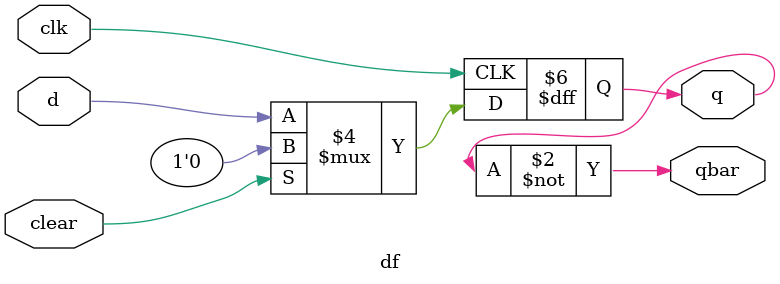
<source format=v>



module   df(d,clk,q,qbar,clear); 
input clear ,d,clk ; 
output reg  q ;

output  qbar ; 
always @(posedge clk)
   begin 
	
     if (clear)
      
     q <= 1'b0 ; 
   
      
     
     else
     
     q<=d ; 
    
      

end 
 assign    qbar = ~q ; 

endmodule 
</source>
